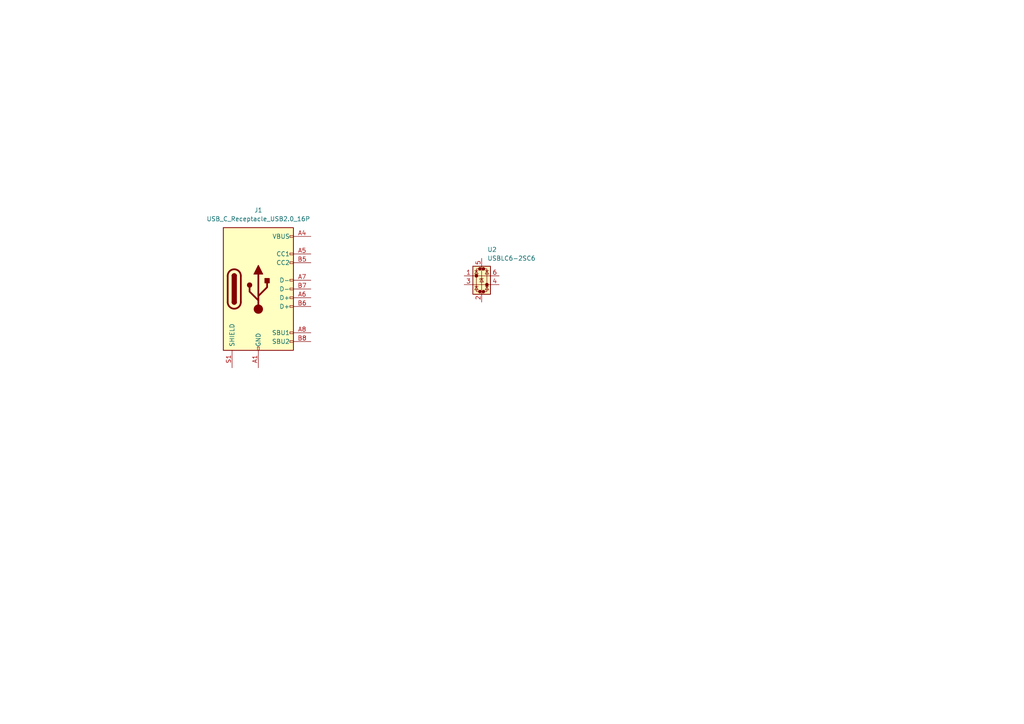
<source format=kicad_sch>
(kicad_sch (version 20250114) (generator "eeschema") (generator_version "9.0")
  (paper "A4")
  (lib_symbols
    (symbol "Connector:USB_C_Receptacle_USB2.0_16P" (pin_names (offset 1.016))
      (property "Reference" "J" (at 0 22.225 0))
      (property "Value" "USB_C_Receptacle_USB2.0_16P" (at 0 19.685 0))
      (symbol "USB_C_Receptacle_USB2.0_16P_0_0"
        (rectangle (start -0.254 -17.78) (end 0.254 -16.764))
        (rectangle (start 10.16 15.494) (end 9.144 14.986))
        (rectangle (start 10.16 10.414) (end 9.144 9.906))
        (rectangle (start 10.16 7.874) (end 9.144 7.366))
        (rectangle (start 10.16 2.794) (end 9.144 2.286))
        (rectangle (start 10.16 0.254) (end 9.144 -0.254))
        (rectangle (start 10.16 -2.286) (end 9.144 -2.794))
        (rectangle (start 10.16 -4.826) (end 9.144 -5.334))
        (rectangle (start 10.16 -12.446) (end 9.144 -12.954))
        (rectangle (start 10.16 -14.986) (end 9.144 -15.494))
      )
      (symbol "USB_C_Receptacle_USB2.0_16P_0_1"
        (rectangle (start -10.16 17.78) (end 10.16 -17.78) (stroke (width 0.254)) (fill (type background)))
        (polyline (pts (xy -8.89 -3.81) (xy -8.89 3.81)) (stroke (width 0.508)))
        (rectangle (start -7.62 -3.81) (end -6.35 3.81) (stroke (width 0.254)) (fill (type outline)))
        (arc (start -7.62 3.81) (mid -6.985 4.4423) (end -6.35 3.81) (stroke (width 0.254)))
        (arc (start -7.62 3.81) (mid -6.985 4.4423) (end -6.35 3.81) (stroke (width 0.254)) (fill (type outline)))
        (arc (start -8.89 3.81) (mid -6.985 5.7067) (end -5.08 3.81) (stroke (width 0.508)))
        (arc (start -5.08 -3.81) (mid -6.985 -5.7067) (end -8.89 -3.81) (stroke (width 0.508)))
        (arc (start -6.35 -3.81) (mid -6.985 -4.4423) (end -7.62 -3.81) (stroke (width 0.254)))
        (arc (start -6.35 -3.81) (mid -6.985 -4.4423) (end -7.62 -3.81) (stroke (width 0.254)) (fill (type outline)))
        (polyline (pts (xy -5.08 3.81) (xy -5.08 -3.81)) (stroke (width 0.508)))
        (circle (center -2.54 1.143) (radius 0.635) (stroke (width 0.254)) (fill (type outline)))
        (polyline (pts (xy -1.27 4.318) (xy 0 6.858) (xy 1.27 4.318) (xy -1.27 4.318)) (stroke (width 0.254)) (fill (type outline)))
        (polyline (pts (xy 0 -2.032) (xy 2.54 0.508) (xy 2.54 1.778)) (stroke (width 0.508)))
        (polyline (pts (xy 0 -3.302) (xy -2.54 -0.762) (xy -2.54 0.508)) (stroke (width 0.508)))
        (polyline (pts (xy 0 -5.842) (xy 0 4.318)) (stroke (width 0.508)))
        (circle (center 0 -5.842) (radius 1.27) (fill (type outline)))
        (rectangle (start 1.905 1.778) (end 3.175 3.048) (stroke (width 0.254)) (fill (type outline)))
      )
      (symbol "USB_C_Receptacle_USB2.0_16P_1_1"
        (pin passive line (at -7.62 -22.86 90) (length 5.08) (name "SHIELD") (number "S1"))
        (pin passive line (at 0 -22.86 90) (length 5.08) (name "GND") (number "A1"))
        (pin passive line (at 0 -22.86 90) (length 5.08) (hide yes) (name "GND") (number "A12"))
        (pin passive line (at 0 -22.86 90) (length 5.08) (hide yes) (name "GND") (number "B1"))
        (pin passive line (at 0 -22.86 90) (length 5.08) (hide yes) (name "GND") (number "B12"))
        (pin passive line (at 15.24 15.24 180) (length 5.08) (name "VBUS") (number "A4"))
        (pin passive line (at 15.24 15.24 180) (length 5.08) (hide yes) (name "VBUS") (number "A9"))
        (pin passive line (at 15.24 15.24 180) (length 5.08) (hide yes) (name "VBUS") (number "B4"))
        (pin passive line (at 15.24 15.24 180) (length 5.08) (hide yes) (name "VBUS") (number "B9"))
        (pin bidirectional line (at 15.24 10.16 180) (length 5.08) (name "CC1") (number "A5"))
        (pin bidirectional line (at 15.24 7.62 180) (length 5.08) (name "CC2") (number "B5"))
        (pin bidirectional line (at 15.24 2.54 180) (length 5.08) (name "D-") (number "A7"))
        (pin bidirectional line (at 15.24 0 180) (length 5.08) (name "D-") (number "B7"))
        (pin bidirectional line (at 15.24 -2.54 180) (length 5.08) (name "D+") (number "A6"))
        (pin bidirectional line (at 15.24 -5.08 180) (length 5.08) (name "D+") (number "B6"))
        (pin bidirectional line (at 15.24 -12.7 180) (length 5.08) (name "SBU1") (number "A8"))
        (pin bidirectional line (at 15.24 -15.24 180) (length 5.08) (name "SBU2") (number "B8"))
      )
    )
    (symbol "Power_Protection:USBLC6-2SC6" (pin_names (hide yes))
      (property "Reference" "U" (at 0.635 5.715 0))
      (property "Value" "USBLC6-2SC6" (at 0.635 3.81 0))
      (symbol "USBLC6-2SC6_0_0"
        (circle (center -1.524 0) (radius 0.0001) (stroke (width 0.508)))
        (circle (center -0.508 2.032) (radius 0.0001) (stroke (width 0.508)))
        (circle (center -0.508 -4.572) (radius 0.0001) (stroke (width 0.508)))
        (circle (center 0.508 2.032) (radius 0.0001) (stroke (width 0.508)))
        (circle (center 0.508 -4.572) (radius 0.0001) (stroke (width 0.508)))
        (circle (center 1.524 -2.54) (radius 0.0001) (stroke (width 0.508)))
      )
      (symbol "USBLC6-2SC6_0_1"
        (polyline (pts (xy -2.54 0) (xy 2.54 0)))
        (polyline (pts (xy -2.54 -2.54) (xy 2.54 -2.54)))
        (polyline (pts (xy -2.032 0.508) (xy -1.016 0.508) (xy -1.524 1.524) (xy -2.032 0.508)))
        (polyline (pts (xy -2.032 -3.048) (xy -1.016 -3.048)))
        (polyline (pts (xy -1.016 1.524) (xy -2.032 1.524)))
        (polyline (pts (xy -1.016 -4.064) (xy -2.032 -4.064) (xy -1.524 -3.048) (xy -1.016 -4.064)))
        (polyline (pts (xy -0.508 -1.143) (xy -0.508 -0.762) (xy 0.508 -0.762)))
        (polyline (pts (xy 0 2.54) (xy -0.508 2.032) (xy 0.508 2.032) (xy 0 1.524) (xy 0 -4.064) (xy -0.508 -4.572) (xy 0.508 -4.572) (xy 0 -5.08)))
        (polyline (pts (xy 0.508 -1.778) (xy -0.508 -1.778) (xy 0 -0.762) (xy 0.508 -1.778)))
        (polyline (pts (xy 1.016 1.524) (xy 2.032 1.524)))
        (polyline (pts (xy 1.016 -3.048) (xy 2.032 -3.048)))
        (polyline (pts (xy 2.032 0.508) (xy 1.016 0.508) (xy 1.524 1.524) (xy 2.032 0.508)))
        (polyline (pts (xy 2.032 -4.064) (xy 1.016 -4.064) (xy 1.524 -3.048) (xy 2.032 -4.064)))
      )
      (symbol "USBLC6-2SC6_1_1"
        (rectangle (start -2.54 2.794) (end 2.54 -5.334) (stroke (width 0.254)) (fill (type background)))
        (polyline (pts (xy -0.508 2.032) (xy -1.524 2.032) (xy -1.524 -4.572) (xy -0.508 -4.572)))
        (polyline (pts (xy 0.508 -4.572) (xy 1.524 -4.572) (xy 1.524 2.032) (xy 0.508 2.032)))
        (pin passive line (at -5.08 0 0) (length 2.54) (name "I/O1") (number "1"))
        (pin passive line (at -5.08 -2.54 0) (length 2.54) (name "I/O2") (number "3"))
        (pin passive line (at 0 5.08 270) (length 2.54) (name "VBUS") (number "5"))
        (pin passive line (at 0 -7.62 90) (length 2.54) (name "GND") (number "2"))
        (pin passive line (at 5.08 0 180) (length 2.54) (name "I/O1") (number "6"))
        (pin passive line (at 5.08 -2.54 180) (length 2.54) (name "I/O2") (number "4"))
      )
    )
  )
  (symbol (lib_id "Connector:USB_C_Receptacle_USB2.0_16P") (at 74.93 83.82 0) (unit 1)
    (property "Reference" "J1" (at 74.93 60.96 0))
    (property "Value" "USB_C_Receptacle_USB2.0_16P" (at 74.93 63.5 0))
    (property "Footprint" "Connector_USB:USB_C_Plug_Molex_105444" (effects (hide yes)))
    (property "Datasheet" "https://www.usb.org/sites/default/files/documents/usb_type-c.zip" (effects (hide yes)))
    (property "Description" "USB 2.0-only 16P Type-C Receptacle connector" (effects (hide yes)))
  )
  (symbol (lib_id "Power_Protection:USBLC6-2SC6") (at 139.7 80.01 0) (unit 1)
    (property "Reference" "U2" (at 141.3511 72.39 0) (effects (justify left)))
    (property "Value" "USBLC6-2SC6" (at 141.3511 74.93 0) (effects (justify left)))
    (property "Footprint" "Package_TO_SOT_SMD:SOT-23-6" (effects (hide yes)))
    (property "Datasheet" "https://www.st.com/resource/en/datasheet/usblc6-2.pdf" (effects (hide yes)))
    (property "Description" "Very low capacitance ESD protection diode, 2 data-line, SOT-23-6" (effects (hide yes)))
  )
)
</source>
